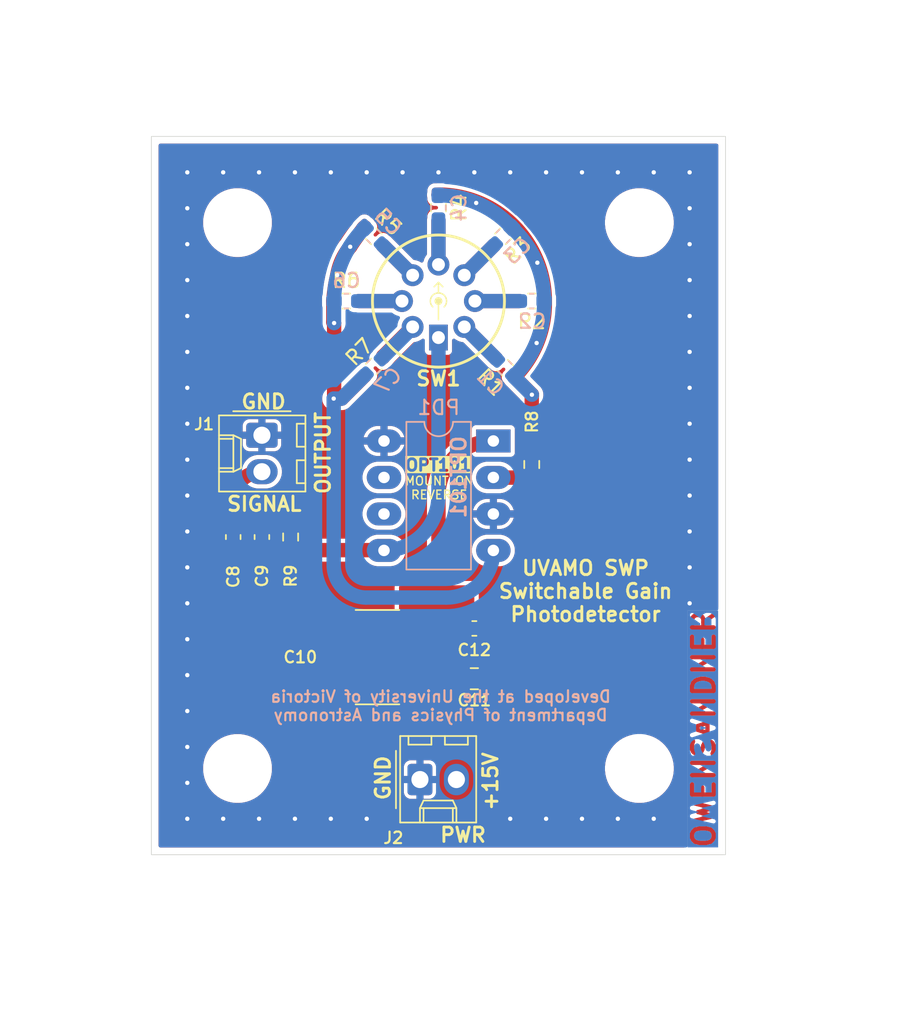
<source format=kicad_pcb>
(kicad_pcb (version 20240108) (generator "pcbnew") (generator_version "8.0")
  (layers (0 "F.Cu" signal) (31 "B.Cu" signal) (34 "B.Paste" user) (35 "F.Paste" user) (36 "B.SilkS" user "B.Silkscreen") (37 "F.SilkS" user "F.Silkscreen") (38 "B.Mask" user) (39 "F.Mask" user) (44 "Edge.Cuts" user))
  (net 0 "")
  (net 1 "GND")
  (net 2 "Net-(C1-Pad1)")
  (net 3 "VCC")
  (net 4 "Net-(J1-Pin_2)")
  (net 7 "Net-(PD1-Out)")
  (net 8 "Net-(PD1-FB)")
  (net 9 "Net-(PD1-In-)")
  (net 10 "Net-(C2-Pad1)")
  (net 11 "Net-(C3-Pad1)")
  (net 12 "Net-(C4-Pad1)")
  (net 13 "Net-(C7-Pad2)")
  (net 14 "Net-(C6-Pad1)")
  (net 15 "Net-(C1-Pad2)")
  (footprint "UVAMOFootprints:RM107-RotarySwitch" (layer "F.Cu") (at 155 76.46)
    (property "Reference" "SW1")
    (property "Value" "SW_Rotary_1x7_MP")
  )
  (footprint "Resistor_SMD:R_0603_1608Metric_Pad0.98x0.95mm_HandSolder" (layer "F.Cu") (at 150.494765 71.954765 -45)
    (property "Reference" "R5")
    (property "Value" "1M")
  )
  (footprint "MountingHole:MountingHole_4.3mm_M4" (layer "F.Cu") (at 169 109)
    (property "Reference" "H1" (hide yes))
    (property "Value" "MountingHole")
  )
  (footprint "Resistor_SMD:R_0603_1608Metric_Pad0.98x0.95mm_HandSolder" (layer "F.Cu") (at 159.49988 71.95012 -135)
    (property "Reference" "R3")
    (property "Value" "43k")
  )
  (footprint "Connector_Molex:Molex_KK-254_AE-6410-02A_1x02_P2.54mm_Vertical" (layer "F.Cu") (at 142.7 85.8 -90)
    (property "Reference" "J1")
    (property "Value" "Conn_01x02_Pin")
  )
  (footprint "Capacitor_SMD:C_0603_1608Metric_Pad1.08x0.95mm_HandSolder" (layer "F.Cu") (at 157.5 99.25)
    (property "Reference" "C12")
    (property "Value" "10nF")
  )
  (footprint "Symbol:OSHW-Logo_5.7x6mm_Copper" (layer "F.Cu") (at 168.99 103.09)
    (property "Reference" "REF**" (hide yes))
    (property "Value" "OSHW-Logo_5.7x6mm_Copper" (hide yes))
  )
  (footprint "Capacitor_SMD:C_0805_2012Metric_Pad1.18x1.45mm_HandSolder" (layer "F.Cu") (at 157.5 102.75)
    (property "Reference" "C11")
    (property "Value" "100nF")
  )
  (footprint "Resistor_SMD:R_0603_1608Metric_Pad0.98x0.95mm_HandSolder" (layer "F.Cu") (at 148.5875 76.46)
    (property "Reference" "R6")
    (property "Value" "20M")
  )
  (footprint "MountingHole:MountingHole_4.3mm_M4" (layer "F.Cu") (at 169 71)
    (property "Reference" "H2" (hide yes))
    (property "Value" "MountingHole")
  )
  (footprint "Resistor_SMD:R_0603_1608Metric_Pad0.98x0.95mm_HandSolder" (layer "F.Cu") (at 150.494765 81.015235 45)
    (property "Reference" "R7")
    (property "Value" "50M")
  )
  (footprint "Resistor_SMD:R_0603_1608Metric_Pad0.98x0.95mm_HandSolder" (layer "F.Cu") (at 155 69.96 -90)
    (property "Reference" "R4")
    (property "Value" "220k")
  )
  (footprint "MountingHole:MountingHole_4.3mm_M4" (layer "F.Cu") (at 141 71)
    (property "Reference" "H3" (hide yes))
    (property "Value" "MountingHole")
  )
  (footprint "Capacitor_SMD:C_2225_5664Metric_Pad1.80x6.60mm_HandSolder" (layer "F.Cu") (at 150.75 101.25 180)
    (property "Reference" "C10")
    (property "Value" "1uF")
  )
  (footprint "Connector_Molex:Molex_KK-254_AE-6410-02A_1x02_P2.54mm_Vertical" (layer "F.Cu") (at 153.71 109.77)
    (property "Reference" "J2")
    (property "Value" "Conn_01x02_Pin")
  )
  (footprint "Capacitor_SMD:C_0603_1608Metric_Pad1.08x0.95mm_HandSolder" (layer "F.Cu") (at 142.7 92.8875 -90)
    (property "Reference" "C9")
    (property "Value" "100pF")
  )
  (footprint "Resistor_SMD:R_0603_1608Metric_Pad0.98x0.95mm_HandSolder" (layer "F.Cu") (at 161.5 76.46 180)
    (property "Reference" "R2")
    (property "Value" "22k")
  )
  (footprint "MountingHole:MountingHole_4.3mm_M4" (layer "F.Cu") (at 141 109)
    (property "Reference" "H4" (hide yes))
    (property "Value" "MountingHole")
  )
  (footprint "Resistor_SMD:R_0603_1608Metric_Pad0.98x0.95mm_HandSolder" (layer "F.Cu") (at 159.645235 81.105235 135)
    (property "Reference" "R1")
    (property "Value" "3.3k")
  )
  (footprint "Resistor_SMD:R_0603_1608Metric_Pad0.98x0.95mm_HandSolder" (layer "F.Cu") (at 144.7 92.8875 90)
    (property "Reference" "R9")
    (property "Value" "53k")
  )
  (footprint "Capacitor_SMD:C_0603_1608Metric_Pad1.08x0.95mm_HandSolder" (layer "F.Cu") (at 140.7 92.8875 -90)
    (property "Reference" "C8")
    (property "Value" "100pF")
  )
  (footprint "Resistor_SMD:R_0603_1608Metric_Pad0.98x0.95mm_HandSolder" (layer "F.Cu") (at 161.5 87.8375 -90)
    (property "Reference" "R8")
    (property "Value" "1k")
  )
  (footprint "Capacitor_SMD:C_0603_1608Metric_Pad1.08x0.95mm_HandSolder" (layer "B.Cu") (at 150.494765 71.954765 135)
    (property "Reference" "C5")
    (property "Value" "51pF")
  )
  (footprint "Capacitor_SMD:C_0603_1608Metric_Pad1.08x0.95mm_HandSolder" (layer "B.Cu") (at 148.5875 76.46 180)
    (property "Reference" "C6")
    (property "Value" "2.5pF")
  )
  (footprint "Capacitor_SMD:C_0603_1608Metric_Pad1.08x0.95mm_HandSolder" (layer "B.Cu") (at 150.49012 81.00988 45)
    (property "Reference" "C7")
    (property "Value" "0pF")
  )
  (footprint "Capacitor_SMD:C_0603_1608Metric_Pad1.08x0.95mm_HandSolder" (layer "B.Cu") (at 159.64012 81.10012 -45)
    (property "Reference" "C1")
    (property "Value" "82pF")
  )
  (footprint "Capacitor_SMD:C_0603_1608Metric_Pad1.08x0.95mm_HandSolder" (layer "B.Cu") (at 159.49988 71.95012 45)
    (property "Reference" "C3")
    (property "Value" "56pF")
  )
  (footprint "Package_DIP:DIP-8_W7.62mm_LongPads" (layer "B.Cu") (at 158.825 86.2 180)
    (property "Reference" "PD1")
    (property "Value" "~")
  )
  (footprint "Capacitor_SMD:C_0603_1608Metric_Pad1.08x0.95mm_HandSolder" (layer "B.Cu") (at 155 69.96 90)
    (property "Reference" "C4")
    (property "Value" "39pF")
  )
  (footprint "Capacitor_SMD:C_0603_1608Metric_Pad1.08x0.95mm_HandSolder" (layer "B.Cu") (at 161.5 76.46)
    (property "Reference" "C2")
    (property "Value" "56pF")
  )
  (gr_rect (start 135 65) (end 175 115) (stroke (width 0.05)) (fill none) (layer "Edge.Cuts"))
  (gr_text "OWENSANDNER" (at 174.37 114.66 90) (layer "F.Cu") (effects (font (size 1.5 1.5) (thickness 0.3) (bold yes)) (justify left bottom)))
  (gr_text "OWENSANDNER" (at 172.47 114.66 -90) (layer "B.Cu" knockout) (effects (font (size 1.5 1.5) (thickness 0.3) (bold yes)) (justify left bottom mirror)))
  (gr_text "OPT101" (at 157 85.75 90) (layer "B.SilkS") (effects (font (size 1 1) (thickness 0.2) (bold yes)) (justify left bottom mirror)))
  (gr_text "Developed at the University of Victoria\nDepartment of Physics and Astronomy" (at 155.15 105.75 0) (layer "B.SilkS") (effects (font (size 0.8 0.8) (thickness 0.15) (bold yes)) (justify bottom mirror)))
  (gr_text "OUTPUT" (at 147.54 90 90) (layer "F.SilkS") (effects (font (size 1 1) (thickness 0.2) (bold yes)) (justify left bottom)))
  (gr_text "GND" (at 141.16 84.05 0) (layer "F.SilkS") (effects (font (size 1 1) (thickness 0.2) (bold yes)) (justify left bottom)))
  (gr_text "PWR" (at 155.01 114.21 0) (layer "F.SilkS") (effects (font (size 1 1) (thickness 0.2) (bold yes)) (justify left bottom)))
  (gr_text "GND" (at 151.72 111.31 90) (layer "F.SilkS") (effects (font (size 1 1) (thickness 0.2) (bold yes)) (justify left bottom)))
  (gr_text "UVAMO SWP\nSwitchable Gain\nPhotodetector" (at 165.25 98.85 0) (layer "F.SilkS") (effects (font (size 1 1) (thickness 0.2) (bold yes)) (justify bottom)))
  (gr_text "MOUNT ON\nREVERSE" (at 155.05 90.3 0) (layer "F.SilkS") (effects (font (size 0.6 0.6) (thickness 0.1)) (justify bottom)))
  (gr_text "SIGNAL" (at 140.16 91.17 0) (layer "F.SilkS") (effects (font (size 1 1) (thickness 0.2) (bold yes)) (justify left bottom)))
  (gr_text "OPT101" (at 152.6 88.35 0) (layer "F.SilkS" knockout) (effects (font (size 0.8 0.8) (thickness 0.2) (bold yes)) (justify left bottom)))
  (gr_text "+15V" (at 159.21 112.03 90) (layer "F.SilkS") (effects (font (size 1 1) (thickness 0.2) (bold yes)) (justify left bottom)))
  (via (at 147.5 67.5) (size 0.5) (drill 0.3) (layers "F.Cu" "B.Cu") (net 1))
  (via (at 137.5 85) (size 0.5) (drill 0.3) (layers "F.Cu" "B.Cu") (net 1))
  (via (at 140 67.5) (size 0.5) (drill 0.3) (layers "F.Cu" "B.Cu") (net 1))
  (via (at 172.5 87.5) (size 0.5) (drill 0.3) (layers "F.Cu" "B.Cu") (net 1))
  (via (at 172.5 77.5) (size 0.5) (drill 0.3) (layers "F.Cu" "B.Cu") (net 1))
  (via (at 155 67.5) (size 0.5) (drill 0.3) (layers "F.Cu" "B.Cu") (net 1))
  (via (at 167.5 67.5) (size 0.5) (drill 0.3) (layers "F.Cu" "B.Cu") (net 1))
  (via (at 172.5 92.5) (size 0.5) (drill 0.3) (layers "F.Cu" "B.Cu") (net 1))
  (via (at 137.5 92.5) (size 0.5) (drill 0.3) (layers "F.Cu" "B.Cu") (net 1))
  (via (at 172.5 82.5) (size 0.5) (drill 0.3) (layers "F.Cu" "B.Cu") (net 1))
  (via (at 137.5 82.5) (size 0.5) (drill 0.3) (layers "F.Cu" "B.Cu") (net 1))
  (via (at 137.5 112.5) (size 0.5) (drill 0.3) (layers "F.Cu" "B.Cu") (net 1))
  (via (at 137.5 100) (size 0.5) (drill 0.3) (layers "F.Cu" "B.Cu") (net 1))
  (via (at 172.5 95) (size 0.5) (drill 0.3) (layers "F.Cu" "B.Cu") (net 1))
  (via (at 142.5 67.5) (size 0.5) (drill 0.3) (layers "F.Cu" "B.Cu") (net 1))
  (via (at 137.5 67.5) (size 0.5) (drill 0.3) (layers "F.Cu" "B.Cu") (net 1))
  (via (at 147.5 112.5) (size 0.5) (drill 0.3) (layers "F.Cu" "B.Cu") (net 1))
  (via (at 137.5 80) (size 0.5) (drill 0.3) (layers "F.Cu" "B.Cu") (net 1))
  (via (at 172.5 80) (size 0.5) (drill 0.3) (layers "F.Cu" "B.Cu") (net 1))
  (via (at 137.5 102.5) (size 0.5) (drill 0.3) (layers "F.Cu" "B.Cu") (net 1))
  (via (at 137.5 87.5) (size 0.5) (drill 0.3) (layers "F.Cu" "B.Cu") (net 1))
  (via (at 137.5 95) (size 0.5) (drill 0.3) (layers "F.Cu" "B.Cu") (net 1))
  (via (at 172.5 97.5) (size 0.5) (drill 0.3) (layers "F.Cu" "B.Cu") (net 1))
  (via (at 165 67.5) (size 0.5) (drill 0.3) (layers "F.Cu" "B.Cu") (net 1))
  (via (at 137.5 90) (size 0.5) (drill 0.3) (layers "F.Cu" "B.Cu") (net 1))
  (via (at 172.5 72.5) (size 0.5) (drill 0.3) (layers "F.Cu" "B.Cu") (net 1))
  (via (at 172.5 90) (size 0.5) (drill 0.3) (layers "F.Cu" "B.Cu") (net 1))
  (via (at 137.5 70) (size 0.5) (drill 0.3) (layers "F.Cu" "B.Cu") (net 1))
  (via (at 150 112.5) (size 0.5) (drill 0.3) (layers "F.Cu" "B.Cu") (net 1))
  (via (at 160 67.5) (size 0.5) (drill 0.3) (layers "F.Cu" "B.Cu") (net 1))
  (via (at 137.5 105) (size 0.5) (drill 0.3) (layers "F.Cu" "B.Cu") (net 1))
  (via (at 170 112.5) (size 0.5) (drill 0.3) (layers "F.Cu" "B.Cu") (net 1))
  (via (at 172.5 85) (size 0.5) (drill 0.3) (layers "F.Cu" "B.Cu") (net 1))
  (via (at 160 112.5) (size 0.5) (drill 0.3) (layers "F.Cu" "B.Cu") (net 1))
  (via (at 165 112.5) (size 0.5) (drill 0.3) (layers "F.Cu" "B.Cu") (net 1))
  (via (at 145 112.5) (size 0.5) (drill 0.3) (layers "F.Cu" "B.Cu") (net 1))
  (via (at 172.5 67.5) (size 0.5) (drill 0.3) (layers "F.Cu" "B.Cu") (net 1))
  (via (at 137.5 110) (size 0.5) (drill 0.3) (layers "F.Cu" "B.Cu") (net 1))
  (via (at 145 67.5) (size 0.5) (drill 0.3) (layers "F.Cu" "B.Cu") (net 1))
  (via (at 172.5 75) (size 0.5) (drill 0.3) (layers "F.Cu" "B.Cu") (net 1))
  (via (at 157.5 67.5) (size 0.5) (drill 0.3) (layers "F.Cu" "B.Cu") (net 1))
  (via (at 137.5 77.5) (size 0.5) (drill 0.3) (layers "F.Cu" "B.Cu") (net 1))
  (via (at 172.5 70) (size 0.5) (drill 0.3) (layers "F.Cu" "B.Cu") (net 1))
  (via (at 140 112.5) (size 0.5) (drill 0.3) (layers "F.Cu" "B.Cu") (net 1))
  (via (at 142.5 112.5) (size 0.5) (drill 0.3) (layers "F.Cu" "B.Cu") (net 1))
  (via (at 152.5 67.5) (size 0.5) (drill 0.3) (layers "F.Cu" "B.Cu") (net 1))
  (via (at 167.5 112.5) (size 0.5) (drill 0.3) (layers "F.Cu" "B.Cu") (net 1))
  (via (at 150 67.5) (size 0.5) (drill 0.3) (layers "F.Cu" "B.Cu") (net 1))
  (via (at 137.5 107.5) (size 0.5) (drill 0.3) (layers "F.Cu" "B.Cu") (net 1))
  (via (at 137.5 97.5) (size 0.5) (drill 0.3) (layers "F.Cu" "B.Cu") (net 1))
  (via (at 170 67.5) (size 0.5) (drill 0.3) (layers "F.Cu" "B.Cu") (net 1))
  (via (at 162.5 112.5) (size 0.5) (drill 0.3) (layers "F.Cu" "B.Cu") (net 1))
  (via (at 162.5 67.5) (size 0.5) (drill 0.3) (layers "F.Cu" "B.Cu") (net 1))
  (via (at 137.5 72.5) (size 0.5) (drill 0.3) (layers "F.Cu" "B.Cu") (net 1))
  (via (at 137.5 75) (size 0.5) (drill 0.3) (layers "F.Cu" "B.Cu") (net 1))
  (segment (start 159 80.46) (end 156.8 78.26) (width 1) (layer "F.Cu") (net 2))
  (segment (start 159.03024 80.49024) (end 156.8 78.26) (width 1) (layer "B.Cu") (net 2))
  (segment (start 155 90) (end 155 99.25) (width 1) (layer "F.Cu") (net 3))
  (segment (start 158.825 86.2) (end 158.816627 86.208373) (width 1) (layer "F.Cu") (net 3))
  (segment (start 158.816627 86.208373) (end 158.791627 86.208373) (width 1) (layer "F.Cu") (net 3))
  (arc (start 158.791627 86.208373) (mid 156.110542 87.318915) (end 155 90) (width 1) (layer "F.Cu") (net 3))
  (segment (start 140.7 92.024999) (end 144.650001 92.024999) (width 1) (layer "F.Cu") (net 4))
  (segment (start 144.650001 92.024999) (end 144.7 91.975) (width 1) (layer "F.Cu") (net 4))
  (segment (start 140.7 90.34) (end 140.7 92.024999) (width 1) (layer "F.Cu") (net 4))
  (arc (start 140.749999 91.975) (mid 140.714644 91.989644) (end 140.7 92.024999) (width 1) (layer "F.Cu") (net 4))
  (arc (start 142.7 88.34) (mid 141.285786 88.925786) (end 140.7 90.34) (width 1) (layer "F.Cu") (net 4))
  (segment (start 151.185 93.8) (end 151.205 93.82) (width 1) (layer "F.Cu") (net 7))
  (segment (start 144.7 93.8) (end 151.185 93.8) (width 1) (layer "F.Cu") (net 7))
  (segment (start 151.205 93.82) (end 151.215236 93.809764) (width 1) (layer "F.Cu") (net 7))
  (segment (start 155 90.025) (end 155 79) (width 1) (layer "B.Cu") (net 7))
  (arc (start 155 90.025) (mid 153.88847 92.70847) (end 151.205 93.82) (width 1) (layer "B.Cu") (net 7))
  (segment (start 158.825 93.82) (end 158.55 93.82) (width 1) (layer "F.Cu") (net 8))
  (segment (start 147.675 76.46) (end 147.675 77.935) (width 1) (layer "F.Cu") (net 8))
  (segment (start 147.73 77.99) (end 147.73 83.22) (width 1) (layer "F.Cu") (net 8))
  (segment (start 149.779307 71.379752) (end 149.84953 71.30953) (width 1) (layer "F.Cu") (net 8))
  (segment (start 148.26 83.25) (end 149.84953 81.66047) (width 1) (layer "F.Cu") (net 8))
  (segment (start 147.73 83.22) (end 147.7 83.25) (width 1) (layer "F.Cu") (net 8))
  (segment (start 147.675 76.46) (end 147.675 76.3725) (width 0.5) (layer "F.Cu") (net 8))
  (segment (start 147.675 77.935) (end 147.73 77.99) (width 1) (layer "F.Cu") (net 8))
  (segment (start 147.7 83.25) (end 148.26 83.25) (width 1) (layer "F.Cu") (net 8))
  (via (at 148.85 72.68) (size 0.6) (drill 0.3) (layers "F.Cu" "B.Cu") (net 8))
  (via (at 147.73 77.99) (size 0.6) (drill 0.3) (layers "F.Cu" "B.Cu") (net 8))
  (via (at 147.95 74.65) (size 0.6) (drill 0.3) (layers "F.Cu" "B.Cu") (net 8))
  (via (at 147.7 83.25) (size 0.6) (drill 0.3) (layers "F.Cu" "B.Cu") (net 8))
  (arc (start 148.85 72.68) (mid 148.221892 73.71059) (end 149.779307 71.379752) (width 1) (layer "F.Cu") (net 8))
  (arc (start 147.95 74.65) (mid 148.221892 73.71059) (end 148.85 72.68) (width 1) (layer "F.Cu") (net 8))
  (arc (start 147.675 76.46) (mid 148.221892 73.71059) (end 147.95 74.65) (width 1) (layer "F.Cu") (net 8))
  (segment (start 148.25 83.25) (end 149.88024 81.61976) (width 1) (layer "B.Cu") (net 8))
  (segment (start 149.814663 71.415107) (end 149.884885 71.344885) (width 1) (layer "B.Cu") (net 8))
  (segment (start 147.725 76.46) (end 147.725 77.985) (width 1) (layer "B.Cu") (net 8))
  (segment (start 147.725 76.46) (end 147.725 76.372499) (width 0.5) (layer "B.Cu") (net 8))
  (segment (start 147.7 83.25) (end 148.25 83.25) (width 1) (layer "B.Cu") (net 8))
  (segment (start 155.545 97.1) (end 149.97 97.1) (width 1) (layer "B.Cu") (net 8))
  (segment (start 147.725 77.985) (end 147.73 77.99) (width 1) (layer "B.Cu") (net 8))
  (segment (start 147.7 94.83) (end 147.7 83.25) (width 1) (layer "B.Cu") (net 8))
  (segment (start 158.825 93.82) (end 158.679719 93.965281) (width 1) (layer "B.Cu") (net 8))
  (arc (start 158.825 93.82) (mid 157.86431 96.13931) (end 155.545 97.1) (width 1) (layer "B.Cu") (net 8))
  (arc (start 147.725 76.46) (mid 148.268086 73.729724) (end 149.814663 71.415107) (width 1) (layer "B.Cu") (net 8))
  (arc (start 149.97 97.1) (mid 148.364868 96.435132) (end 147.7 94.83) (width 1) (layer "B.Cu") (net 8))
  (arc (start 147.7 83.25) (mid 147.721101 83.273385) (end 147.71 83.29) (width 1) (layer "B.Cu") (net 8))
  (segment (start 161.5 88.75) (end 158.835 88.75) (width 1) (layer "F.Cu") (net 9))
  (arc (start 158.835 88.75) (mid 158.827929 88.747071) (end 158.825 88.74) (width 1) (layer "F.Cu") (net 9))
  (segment (start 157.54 76.46) (end 160.5875 76.46) (width 1) (layer "F.Cu") (net 10))
  (segment (start 157.54 76.46) (end 160.637499 76.46) (width 1) (layer "B.Cu") (net 10))
  (segment (start 156.8 74.66) (end 156.8 74.65) (width 1) (layer "F.Cu") (net 11))
  (segment (start 156.8 74.65) (end 158.854645 72.595355) (width 1) (layer "F.Cu") (net 11))
  (segment (start 156.8 74.65) (end 158.89 72.56) (width 1) (layer "B.Cu") (net 11))
  (segment (start 156.8 74.66) (end 156.8 74.65) (width 1) (layer "B.Cu") (net 11))
  (segment (start 155 73.92) (end 155 70.8725) (width 1) (layer "F.Cu") (net 12))
  (segment (start 153.2 74.66) (end 151.14 72.6) (width 1) (layer "F.Cu") (net 12))
  (segment (start 155 73.92) (end 155 70.822501) (width 1) (layer "B.Cu") (net 12))
  (segment (start 153.2 74.66) (end 151.104645 72.564645) (width 1) (layer "B.Cu") (net 12))
  (segment (start 151.14 80.32) (end 153.2 78.26) (width 1) (layer "F.Cu") (net 13))
  (segment (start 151.14 80.37) (end 151.14 80.32) (width 1) (layer "F.Cu") (net 13))
  (segment (start 153.2 78.3) (end 151.1 80.4) (width 1) (layer "B.Cu") (net 13))
  (segment (start 153.2 78.26) (end 153.2 78.3) (width 1) (layer "B.Cu") (net 13))
  (segment (start 152.46 76.46) (end 149.5 76.46) (width 1) (layer "F.Cu") (net 14))
  (segment (start 152.46 76.46) (end 149.45 76.46) (width 1) (layer "B.Cu") (net 14))
  (segment (start 161.51 82.98) (end 161.502929 82.962929) (width 1) (layer "F.Cu") (net 15))
  (segment (start 161.502929 82.962929) (end 160.29047 81.75047) (width 1) (layer "F.Cu") (net 15))
  (segment (start 160.145115 71.304885) (end 160.144723 71.304722) (width 1) (layer "F.Cu") (net 15))
  (segment (start 162.4125 76.46) (end 162.4125 76.627437) (width 1) (layer "F.Cu") (net 15))
  (segment (start 161.5 86.925) (end 161.5 83.004142) (width 1) (layer "F.Cu") (net 15))
  (via (at 161.84 79.38) (size 0.6) (drill 0.3) (layers "F.Cu" "B.Cu") (net 15))
  (via (at 161.89 73.79) (size 0.6) (drill 0.3) (layers "F.Cu" "B.Cu") (net 15))
  (via (at 157.63 69.63) (size 0.6) (drill 0.3) (layers "F.Cu" "B.Cu") (net 15))
  (via (at 161.51 82.98) (size 0.6) (drill 0.3) (layers "F.Cu" "B.Cu") (net 15))
  (arc (start 162.4125 76.627437) (mid 161.861002 79.400003) (end 160.29047 81.75047) (width 1) (layer "F.Cu") (net 15))
  (arc (start 161.5 83.004142) (mid 161.502599 82.991077) (end 161.51 82.98) (width 1) (layer "F.Cu") (net 15))
  (arc (start 155 69.0475) (mid 160.241429 71.218571) (end 162.4125 76.46) (width 1) (layer "F.Cu") (net 15))
  (segment (start 160.10976 71.34024) (end 160.335212 71.565692) (width 1) (layer "B.Cu") (net 15))
  (segment (start 160.25 81.71) (end 160.288099 81.711596) (width 1) (layer "B.Cu") (net 15))
  (segment (start 162.362501 76.46) (end 162.362501 76.609972) (width 1) (layer "B.Cu") (net 15))
  (segment (start 160.10976 71.34024) (end 160.110219 71.349521) (width 1) (layer "B.Cu") (net 15))
  (segment (start 159.894307 71.124788) (end 160.10976 71.34024) (width 1) (layer "B.Cu") (net 15))
  (segment (start 160.320982 81.790981) (end 161.51 82.98) (width 1) (layer "B.Cu") (net 15))
  (arc (start 155 69.097499) (mid 157.64878 69.624374) (end 159.894307 71.124788) (width 1) (layer "B.Cu") (net 15))
  (arc (start 160.10976 71.34024) (mid 160.100483 71.293602) (end 160.074065 71.254065) (width 1) (layer "B.Cu") (net 15))
  (arc (start 160.335212 71.565692) (mid 161.835626 73.81122) (end 162.362501 76.46) (width 1) (layer "B.Cu") (net 15))
  (arc (start 162.362501 76.609972) (mid 161.81348 79.370087) (end 160.25 81.71) (width 1) (layer "B.Cu") (net 15))
  (arc (start 160.288099 81.711596) (mid 160.296645 81.754559) (end 160.320982 81.790981) (width 1) (layer "B.Cu") (net 15))
  (zone (net 3) (net_name "VCC") (layer "F.Cu") (priority 1) (connect_pads yes (clearance 0.3)) (min_thickness 0.25) (fill yes (thermal_gap 0.5) (thermal_bridge_width 0.5))
    (polygon (pts (xy 157.5 111.25) (xy 157.5 96.25) (xy 152.25 96.25) (xy 152.25 107.25) (xy 152.5 107.5) (xy 155 107.5) (xy 155 111.25)))
  )
  (zone (net 1) (net_name "GND") (layers "F&B.Cu") (connect_pads (clearance 0.3)) (min_thickness 0.25) (fill yes (thermal_gap 0.25) (thermal_bridge_width 0.5))
    (polygon (pts (xy 133 63) (xy 176 63.1) (xy 175.9 115.9) (xy 133.9 115.9) (xy 133.2 62.9)))
  )
)
</source>
